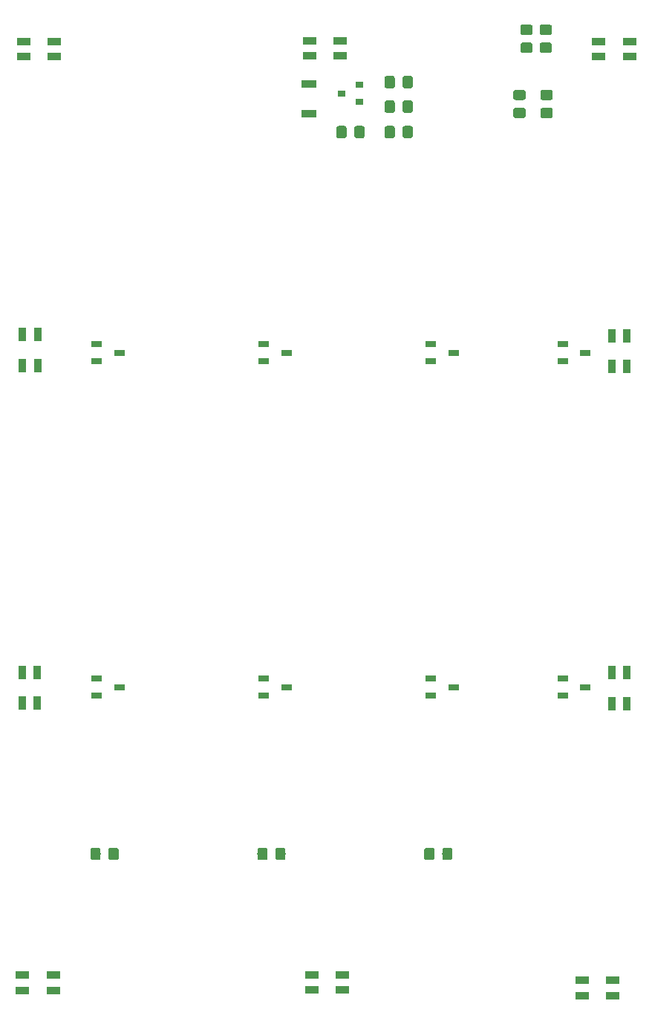
<source format=gbr>
G04 #@! TF.GenerationSoftware,KiCad,Pcbnew,5.0.1*
G04 #@! TF.CreationDate,2019-03-02T19:37:36+01:00*
G04 #@! TF.ProjectId,keypad,6B65797061642E6B696361645F706362,rev?*
G04 #@! TF.SameCoordinates,Original*
G04 #@! TF.FileFunction,Paste,Bot*
G04 #@! TF.FilePolarity,Positive*
%FSLAX46Y46*%
G04 Gerber Fmt 4.6, Leading zero omitted, Abs format (unit mm)*
G04 Created by KiCad (PCBNEW 5.0.1) date Sat 02 Mar 2019 07:37:36 PM CET*
%MOMM*%
%LPD*%
G01*
G04 APERTURE LIST*
%ADD10R,1.200000X0.800000*%
%ADD11C,0.100000*%
%ADD12C,1.150000*%
%ADD13R,1.600000X0.850000*%
%ADD14R,0.850000X1.600000*%
%ADD15R,0.900000X0.800000*%
%ADD16R,1.700000X0.900000*%
G04 APERTURE END LIST*
D10*
G04 #@! TO.C,D2*
X120675000Y-73750000D03*
X123275000Y-74700000D03*
X120675000Y-75650000D03*
G04 #@! TD*
G04 #@! TO.C,D3*
X120675000Y-111850000D03*
X123275000Y-112800000D03*
X120675000Y-113750000D03*
G04 #@! TD*
G04 #@! TO.C,D5*
X139725000Y-73750000D03*
X142325000Y-74700000D03*
X139725000Y-75650000D03*
G04 #@! TD*
G04 #@! TO.C,D6*
X139725000Y-111850000D03*
X142325000Y-112800000D03*
X139725000Y-113750000D03*
G04 #@! TD*
G04 #@! TO.C,D8*
X158775000Y-75650000D03*
X161375000Y-74700000D03*
X158775000Y-73750000D03*
G04 #@! TD*
D11*
G04 #@! TO.C,C8*
G36*
X151009938Y-48856085D02*
X151034206Y-48859685D01*
X151058005Y-48865646D01*
X151081104Y-48873911D01*
X151103283Y-48884401D01*
X151124326Y-48897013D01*
X151144032Y-48911628D01*
X151162210Y-48928104D01*
X151178686Y-48946282D01*
X151193301Y-48965988D01*
X151205913Y-48987031D01*
X151216403Y-49009210D01*
X151224668Y-49032309D01*
X151230629Y-49056108D01*
X151234229Y-49080376D01*
X151235433Y-49104880D01*
X151235433Y-50004882D01*
X151234229Y-50029386D01*
X151230629Y-50053654D01*
X151224668Y-50077453D01*
X151216403Y-50100552D01*
X151205913Y-50122731D01*
X151193301Y-50143774D01*
X151178686Y-50163480D01*
X151162210Y-50181658D01*
X151144032Y-50198134D01*
X151124326Y-50212749D01*
X151103283Y-50225361D01*
X151081104Y-50235851D01*
X151058005Y-50244116D01*
X151034206Y-50250077D01*
X151009938Y-50253677D01*
X150985434Y-50254881D01*
X150335432Y-50254881D01*
X150310928Y-50253677D01*
X150286660Y-50250077D01*
X150262861Y-50244116D01*
X150239762Y-50235851D01*
X150217583Y-50225361D01*
X150196540Y-50212749D01*
X150176834Y-50198134D01*
X150158656Y-50181658D01*
X150142180Y-50163480D01*
X150127565Y-50143774D01*
X150114953Y-50122731D01*
X150104463Y-50100552D01*
X150096198Y-50077453D01*
X150090237Y-50053654D01*
X150086637Y-50029386D01*
X150085433Y-50004882D01*
X150085433Y-49104880D01*
X150086637Y-49080376D01*
X150090237Y-49056108D01*
X150096198Y-49032309D01*
X150104463Y-49009210D01*
X150114953Y-48987031D01*
X150127565Y-48965988D01*
X150142180Y-48946282D01*
X150158656Y-48928104D01*
X150176834Y-48911628D01*
X150196540Y-48897013D01*
X150217583Y-48884401D01*
X150239762Y-48873911D01*
X150262861Y-48865646D01*
X150286660Y-48859685D01*
X150310928Y-48856085D01*
X150335432Y-48854881D01*
X150985434Y-48854881D01*
X151009938Y-48856085D01*
X151009938Y-48856085D01*
G37*
D12*
X150660433Y-49554881D03*
D11*
G36*
X148959938Y-48856085D02*
X148984206Y-48859685D01*
X149008005Y-48865646D01*
X149031104Y-48873911D01*
X149053283Y-48884401D01*
X149074326Y-48897013D01*
X149094032Y-48911628D01*
X149112210Y-48928104D01*
X149128686Y-48946282D01*
X149143301Y-48965988D01*
X149155913Y-48987031D01*
X149166403Y-49009210D01*
X149174668Y-49032309D01*
X149180629Y-49056108D01*
X149184229Y-49080376D01*
X149185433Y-49104880D01*
X149185433Y-50004882D01*
X149184229Y-50029386D01*
X149180629Y-50053654D01*
X149174668Y-50077453D01*
X149166403Y-50100552D01*
X149155913Y-50122731D01*
X149143301Y-50143774D01*
X149128686Y-50163480D01*
X149112210Y-50181658D01*
X149094032Y-50198134D01*
X149074326Y-50212749D01*
X149053283Y-50225361D01*
X149031104Y-50235851D01*
X149008005Y-50244116D01*
X148984206Y-50250077D01*
X148959938Y-50253677D01*
X148935434Y-50254881D01*
X148285432Y-50254881D01*
X148260928Y-50253677D01*
X148236660Y-50250077D01*
X148212861Y-50244116D01*
X148189762Y-50235851D01*
X148167583Y-50225361D01*
X148146540Y-50212749D01*
X148126834Y-50198134D01*
X148108656Y-50181658D01*
X148092180Y-50163480D01*
X148077565Y-50143774D01*
X148064953Y-50122731D01*
X148054463Y-50100552D01*
X148046198Y-50077453D01*
X148040237Y-50053654D01*
X148036637Y-50029386D01*
X148035433Y-50004882D01*
X148035433Y-49104880D01*
X148036637Y-49080376D01*
X148040237Y-49056108D01*
X148046198Y-49032309D01*
X148054463Y-49009210D01*
X148064953Y-48987031D01*
X148077565Y-48965988D01*
X148092180Y-48946282D01*
X148108656Y-48928104D01*
X148126834Y-48911628D01*
X148146540Y-48897013D01*
X148167583Y-48884401D01*
X148189762Y-48873911D01*
X148212861Y-48865646D01*
X148236660Y-48859685D01*
X148260928Y-48856085D01*
X148285432Y-48854881D01*
X148935434Y-48854881D01*
X148959938Y-48856085D01*
X148959938Y-48856085D01*
G37*
D12*
X148610433Y-49554881D03*
G04 #@! TD*
D11*
G04 #@! TO.C,D10*
G36*
X161029505Y-131101204D02*
X161053773Y-131104804D01*
X161077572Y-131110765D01*
X161100671Y-131119030D01*
X161122850Y-131129520D01*
X161143893Y-131142132D01*
X161163599Y-131156747D01*
X161181777Y-131173223D01*
X161198253Y-131191401D01*
X161212868Y-131211107D01*
X161225480Y-131232150D01*
X161235970Y-131254329D01*
X161244235Y-131277428D01*
X161250196Y-131301227D01*
X161253796Y-131325495D01*
X161255000Y-131349999D01*
X161255000Y-132250001D01*
X161253796Y-132274505D01*
X161250196Y-132298773D01*
X161244235Y-132322572D01*
X161235970Y-132345671D01*
X161225480Y-132367850D01*
X161212868Y-132388893D01*
X161198253Y-132408599D01*
X161181777Y-132426777D01*
X161163599Y-132443253D01*
X161143893Y-132457868D01*
X161122850Y-132470480D01*
X161100671Y-132480970D01*
X161077572Y-132489235D01*
X161053773Y-132495196D01*
X161029505Y-132498796D01*
X161005001Y-132500000D01*
X160354999Y-132500000D01*
X160330495Y-132498796D01*
X160306227Y-132495196D01*
X160282428Y-132489235D01*
X160259329Y-132480970D01*
X160237150Y-132470480D01*
X160216107Y-132457868D01*
X160196401Y-132443253D01*
X160178223Y-132426777D01*
X160161747Y-132408599D01*
X160147132Y-132388893D01*
X160134520Y-132367850D01*
X160124030Y-132345671D01*
X160115765Y-132322572D01*
X160109804Y-132298773D01*
X160106204Y-132274505D01*
X160105000Y-132250001D01*
X160105000Y-131349999D01*
X160106204Y-131325495D01*
X160109804Y-131301227D01*
X160115765Y-131277428D01*
X160124030Y-131254329D01*
X160134520Y-131232150D01*
X160147132Y-131211107D01*
X160161747Y-131191401D01*
X160178223Y-131173223D01*
X160196401Y-131156747D01*
X160216107Y-131142132D01*
X160237150Y-131129520D01*
X160259329Y-131119030D01*
X160282428Y-131110765D01*
X160306227Y-131104804D01*
X160330495Y-131101204D01*
X160354999Y-131100000D01*
X161005001Y-131100000D01*
X161029505Y-131101204D01*
X161029505Y-131101204D01*
G37*
D12*
X160680000Y-131800000D03*
D11*
G36*
X158979505Y-131101204D02*
X159003773Y-131104804D01*
X159027572Y-131110765D01*
X159050671Y-131119030D01*
X159072850Y-131129520D01*
X159093893Y-131142132D01*
X159113599Y-131156747D01*
X159131777Y-131173223D01*
X159148253Y-131191401D01*
X159162868Y-131211107D01*
X159175480Y-131232150D01*
X159185970Y-131254329D01*
X159194235Y-131277428D01*
X159200196Y-131301227D01*
X159203796Y-131325495D01*
X159205000Y-131349999D01*
X159205000Y-132250001D01*
X159203796Y-132274505D01*
X159200196Y-132298773D01*
X159194235Y-132322572D01*
X159185970Y-132345671D01*
X159175480Y-132367850D01*
X159162868Y-132388893D01*
X159148253Y-132408599D01*
X159131777Y-132426777D01*
X159113599Y-132443253D01*
X159093893Y-132457868D01*
X159072850Y-132470480D01*
X159050671Y-132480970D01*
X159027572Y-132489235D01*
X159003773Y-132495196D01*
X158979505Y-132498796D01*
X158955001Y-132500000D01*
X158304999Y-132500000D01*
X158280495Y-132498796D01*
X158256227Y-132495196D01*
X158232428Y-132489235D01*
X158209329Y-132480970D01*
X158187150Y-132470480D01*
X158166107Y-132457868D01*
X158146401Y-132443253D01*
X158128223Y-132426777D01*
X158111747Y-132408599D01*
X158097132Y-132388893D01*
X158084520Y-132367850D01*
X158074030Y-132345671D01*
X158065765Y-132322572D01*
X158059804Y-132298773D01*
X158056204Y-132274505D01*
X158055000Y-132250001D01*
X158055000Y-131349999D01*
X158056204Y-131325495D01*
X158059804Y-131301227D01*
X158065765Y-131277428D01*
X158074030Y-131254329D01*
X158084520Y-131232150D01*
X158097132Y-131211107D01*
X158111747Y-131191401D01*
X158128223Y-131173223D01*
X158146401Y-131156747D01*
X158166107Y-131142132D01*
X158187150Y-131129520D01*
X158209329Y-131119030D01*
X158232428Y-131110765D01*
X158256227Y-131104804D01*
X158280495Y-131101204D01*
X158304999Y-131100000D01*
X158955001Y-131100000D01*
X158979505Y-131101204D01*
X158979505Y-131101204D01*
G37*
D12*
X158630000Y-131800000D03*
G04 #@! TD*
D13*
G04 #@! TO.C,D13*
X181450000Y-39225000D03*
X181450000Y-40975000D03*
X177950000Y-39225000D03*
X177950000Y-40975000D03*
G04 #@! TD*
G04 #@! TO.C,D14*
X148450000Y-39125000D03*
X148450000Y-40875000D03*
X144950000Y-39125000D03*
X144950000Y-40875000D03*
G04 #@! TD*
D14*
G04 #@! TO.C,D16*
X112225000Y-72650000D03*
X113975000Y-72650000D03*
X112225000Y-76150000D03*
X113975000Y-76150000D03*
G04 #@! TD*
D13*
G04 #@! TO.C,D18*
X112250000Y-147375000D03*
X112250000Y-145625000D03*
X115750000Y-147375000D03*
X115750000Y-145625000D03*
G04 #@! TD*
D11*
G04 #@! TO.C,D4*
G36*
X122974505Y-131101204D02*
X122998773Y-131104804D01*
X123022572Y-131110765D01*
X123045671Y-131119030D01*
X123067850Y-131129520D01*
X123088893Y-131142132D01*
X123108599Y-131156747D01*
X123126777Y-131173223D01*
X123143253Y-131191401D01*
X123157868Y-131211107D01*
X123170480Y-131232150D01*
X123180970Y-131254329D01*
X123189235Y-131277428D01*
X123195196Y-131301227D01*
X123198796Y-131325495D01*
X123200000Y-131349999D01*
X123200000Y-132250001D01*
X123198796Y-132274505D01*
X123195196Y-132298773D01*
X123189235Y-132322572D01*
X123180970Y-132345671D01*
X123170480Y-132367850D01*
X123157868Y-132388893D01*
X123143253Y-132408599D01*
X123126777Y-132426777D01*
X123108599Y-132443253D01*
X123088893Y-132457868D01*
X123067850Y-132470480D01*
X123045671Y-132480970D01*
X123022572Y-132489235D01*
X122998773Y-132495196D01*
X122974505Y-132498796D01*
X122950001Y-132500000D01*
X122299999Y-132500000D01*
X122275495Y-132498796D01*
X122251227Y-132495196D01*
X122227428Y-132489235D01*
X122204329Y-132480970D01*
X122182150Y-132470480D01*
X122161107Y-132457868D01*
X122141401Y-132443253D01*
X122123223Y-132426777D01*
X122106747Y-132408599D01*
X122092132Y-132388893D01*
X122079520Y-132367850D01*
X122069030Y-132345671D01*
X122060765Y-132322572D01*
X122054804Y-132298773D01*
X122051204Y-132274505D01*
X122050000Y-132250001D01*
X122050000Y-131349999D01*
X122051204Y-131325495D01*
X122054804Y-131301227D01*
X122060765Y-131277428D01*
X122069030Y-131254329D01*
X122079520Y-131232150D01*
X122092132Y-131211107D01*
X122106747Y-131191401D01*
X122123223Y-131173223D01*
X122141401Y-131156747D01*
X122161107Y-131142132D01*
X122182150Y-131129520D01*
X122204329Y-131119030D01*
X122227428Y-131110765D01*
X122251227Y-131104804D01*
X122275495Y-131101204D01*
X122299999Y-131100000D01*
X122950001Y-131100000D01*
X122974505Y-131101204D01*
X122974505Y-131101204D01*
G37*
D12*
X122625000Y-131800000D03*
D11*
G36*
X120924505Y-131101204D02*
X120948773Y-131104804D01*
X120972572Y-131110765D01*
X120995671Y-131119030D01*
X121017850Y-131129520D01*
X121038893Y-131142132D01*
X121058599Y-131156747D01*
X121076777Y-131173223D01*
X121093253Y-131191401D01*
X121107868Y-131211107D01*
X121120480Y-131232150D01*
X121130970Y-131254329D01*
X121139235Y-131277428D01*
X121145196Y-131301227D01*
X121148796Y-131325495D01*
X121150000Y-131349999D01*
X121150000Y-132250001D01*
X121148796Y-132274505D01*
X121145196Y-132298773D01*
X121139235Y-132322572D01*
X121130970Y-132345671D01*
X121120480Y-132367850D01*
X121107868Y-132388893D01*
X121093253Y-132408599D01*
X121076777Y-132426777D01*
X121058599Y-132443253D01*
X121038893Y-132457868D01*
X121017850Y-132470480D01*
X120995671Y-132480970D01*
X120972572Y-132489235D01*
X120948773Y-132495196D01*
X120924505Y-132498796D01*
X120900001Y-132500000D01*
X120249999Y-132500000D01*
X120225495Y-132498796D01*
X120201227Y-132495196D01*
X120177428Y-132489235D01*
X120154329Y-132480970D01*
X120132150Y-132470480D01*
X120111107Y-132457868D01*
X120091401Y-132443253D01*
X120073223Y-132426777D01*
X120056747Y-132408599D01*
X120042132Y-132388893D01*
X120029520Y-132367850D01*
X120019030Y-132345671D01*
X120010765Y-132322572D01*
X120004804Y-132298773D01*
X120001204Y-132274505D01*
X120000000Y-132250001D01*
X120000000Y-131349999D01*
X120001204Y-131325495D01*
X120004804Y-131301227D01*
X120010765Y-131277428D01*
X120019030Y-131254329D01*
X120029520Y-131232150D01*
X120042132Y-131211107D01*
X120056747Y-131191401D01*
X120073223Y-131173223D01*
X120091401Y-131156747D01*
X120111107Y-131142132D01*
X120132150Y-131129520D01*
X120154329Y-131119030D01*
X120177428Y-131110765D01*
X120201227Y-131104804D01*
X120225495Y-131101204D01*
X120249999Y-131100000D01*
X120900001Y-131100000D01*
X120924505Y-131101204D01*
X120924505Y-131101204D01*
G37*
D12*
X120575000Y-131800000D03*
G04 #@! TD*
D11*
G04 #@! TO.C,D7*
G36*
X139952005Y-131101204D02*
X139976273Y-131104804D01*
X140000072Y-131110765D01*
X140023171Y-131119030D01*
X140045350Y-131129520D01*
X140066393Y-131142132D01*
X140086099Y-131156747D01*
X140104277Y-131173223D01*
X140120753Y-131191401D01*
X140135368Y-131211107D01*
X140147980Y-131232150D01*
X140158470Y-131254329D01*
X140166735Y-131277428D01*
X140172696Y-131301227D01*
X140176296Y-131325495D01*
X140177500Y-131349999D01*
X140177500Y-132250001D01*
X140176296Y-132274505D01*
X140172696Y-132298773D01*
X140166735Y-132322572D01*
X140158470Y-132345671D01*
X140147980Y-132367850D01*
X140135368Y-132388893D01*
X140120753Y-132408599D01*
X140104277Y-132426777D01*
X140086099Y-132443253D01*
X140066393Y-132457868D01*
X140045350Y-132470480D01*
X140023171Y-132480970D01*
X140000072Y-132489235D01*
X139976273Y-132495196D01*
X139952005Y-132498796D01*
X139927501Y-132500000D01*
X139277499Y-132500000D01*
X139252995Y-132498796D01*
X139228727Y-132495196D01*
X139204928Y-132489235D01*
X139181829Y-132480970D01*
X139159650Y-132470480D01*
X139138607Y-132457868D01*
X139118901Y-132443253D01*
X139100723Y-132426777D01*
X139084247Y-132408599D01*
X139069632Y-132388893D01*
X139057020Y-132367850D01*
X139046530Y-132345671D01*
X139038265Y-132322572D01*
X139032304Y-132298773D01*
X139028704Y-132274505D01*
X139027500Y-132250001D01*
X139027500Y-131349999D01*
X139028704Y-131325495D01*
X139032304Y-131301227D01*
X139038265Y-131277428D01*
X139046530Y-131254329D01*
X139057020Y-131232150D01*
X139069632Y-131211107D01*
X139084247Y-131191401D01*
X139100723Y-131173223D01*
X139118901Y-131156747D01*
X139138607Y-131142132D01*
X139159650Y-131129520D01*
X139181829Y-131119030D01*
X139204928Y-131110765D01*
X139228727Y-131104804D01*
X139252995Y-131101204D01*
X139277499Y-131100000D01*
X139927501Y-131100000D01*
X139952005Y-131101204D01*
X139952005Y-131101204D01*
G37*
D12*
X139602500Y-131800000D03*
D11*
G36*
X142002005Y-131101204D02*
X142026273Y-131104804D01*
X142050072Y-131110765D01*
X142073171Y-131119030D01*
X142095350Y-131129520D01*
X142116393Y-131142132D01*
X142136099Y-131156747D01*
X142154277Y-131173223D01*
X142170753Y-131191401D01*
X142185368Y-131211107D01*
X142197980Y-131232150D01*
X142208470Y-131254329D01*
X142216735Y-131277428D01*
X142222696Y-131301227D01*
X142226296Y-131325495D01*
X142227500Y-131349999D01*
X142227500Y-132250001D01*
X142226296Y-132274505D01*
X142222696Y-132298773D01*
X142216735Y-132322572D01*
X142208470Y-132345671D01*
X142197980Y-132367850D01*
X142185368Y-132388893D01*
X142170753Y-132408599D01*
X142154277Y-132426777D01*
X142136099Y-132443253D01*
X142116393Y-132457868D01*
X142095350Y-132470480D01*
X142073171Y-132480970D01*
X142050072Y-132489235D01*
X142026273Y-132495196D01*
X142002005Y-132498796D01*
X141977501Y-132500000D01*
X141327499Y-132500000D01*
X141302995Y-132498796D01*
X141278727Y-132495196D01*
X141254928Y-132489235D01*
X141231829Y-132480970D01*
X141209650Y-132470480D01*
X141188607Y-132457868D01*
X141168901Y-132443253D01*
X141150723Y-132426777D01*
X141134247Y-132408599D01*
X141119632Y-132388893D01*
X141107020Y-132367850D01*
X141096530Y-132345671D01*
X141088265Y-132322572D01*
X141082304Y-132298773D01*
X141078704Y-132274505D01*
X141077500Y-132250001D01*
X141077500Y-131349999D01*
X141078704Y-131325495D01*
X141082304Y-131301227D01*
X141088265Y-131277428D01*
X141096530Y-131254329D01*
X141107020Y-131232150D01*
X141119632Y-131211107D01*
X141134247Y-131191401D01*
X141150723Y-131173223D01*
X141168901Y-131156747D01*
X141188607Y-131142132D01*
X141209650Y-131129520D01*
X141231829Y-131119030D01*
X141254928Y-131110765D01*
X141278727Y-131104804D01*
X141302995Y-131101204D01*
X141327499Y-131100000D01*
X141977501Y-131100000D01*
X142002005Y-131101204D01*
X142002005Y-131101204D01*
G37*
D12*
X141652500Y-131800000D03*
G04 #@! TD*
D10*
G04 #@! TO.C,D9*
X158775000Y-111850000D03*
X161375000Y-112800000D03*
X158775000Y-113750000D03*
G04 #@! TD*
G04 #@! TO.C,D11*
X173825000Y-75650000D03*
X176425000Y-74700000D03*
X173825000Y-73750000D03*
G04 #@! TD*
G04 #@! TO.C,D12*
X173825000Y-113750000D03*
X176425000Y-112800000D03*
X173825000Y-111850000D03*
G04 #@! TD*
D13*
G04 #@! TO.C,D15*
X112350000Y-40975000D03*
X112350000Y-39225000D03*
X115850000Y-40975000D03*
X115850000Y-39225000D03*
G04 #@! TD*
D14*
G04 #@! TO.C,D17*
X112200000Y-111100000D03*
X113950000Y-111100000D03*
X112200000Y-114600000D03*
X113950000Y-114600000D03*
G04 #@! TD*
D11*
G04 #@! TO.C,C11*
G36*
X172374505Y-37317339D02*
X172398773Y-37320939D01*
X172422572Y-37326900D01*
X172445671Y-37335165D01*
X172467850Y-37345655D01*
X172488893Y-37358267D01*
X172508599Y-37372882D01*
X172526777Y-37389358D01*
X172543253Y-37407536D01*
X172557868Y-37427242D01*
X172570480Y-37448285D01*
X172580970Y-37470464D01*
X172589235Y-37493563D01*
X172595196Y-37517362D01*
X172598796Y-37541630D01*
X172600000Y-37566134D01*
X172600000Y-38216136D01*
X172598796Y-38240640D01*
X172595196Y-38264908D01*
X172589235Y-38288707D01*
X172580970Y-38311806D01*
X172570480Y-38333985D01*
X172557868Y-38355028D01*
X172543253Y-38374734D01*
X172526777Y-38392912D01*
X172508599Y-38409388D01*
X172488893Y-38424003D01*
X172467850Y-38436615D01*
X172445671Y-38447105D01*
X172422572Y-38455370D01*
X172398773Y-38461331D01*
X172374505Y-38464931D01*
X172350001Y-38466135D01*
X171449999Y-38466135D01*
X171425495Y-38464931D01*
X171401227Y-38461331D01*
X171377428Y-38455370D01*
X171354329Y-38447105D01*
X171332150Y-38436615D01*
X171311107Y-38424003D01*
X171291401Y-38409388D01*
X171273223Y-38392912D01*
X171256747Y-38374734D01*
X171242132Y-38355028D01*
X171229520Y-38333985D01*
X171219030Y-38311806D01*
X171210765Y-38288707D01*
X171204804Y-38264908D01*
X171201204Y-38240640D01*
X171200000Y-38216136D01*
X171200000Y-37566134D01*
X171201204Y-37541630D01*
X171204804Y-37517362D01*
X171210765Y-37493563D01*
X171219030Y-37470464D01*
X171229520Y-37448285D01*
X171242132Y-37427242D01*
X171256747Y-37407536D01*
X171273223Y-37389358D01*
X171291401Y-37372882D01*
X171311107Y-37358267D01*
X171332150Y-37345655D01*
X171354329Y-37335165D01*
X171377428Y-37326900D01*
X171401227Y-37320939D01*
X171425495Y-37317339D01*
X171449999Y-37316135D01*
X172350001Y-37316135D01*
X172374505Y-37317339D01*
X172374505Y-37317339D01*
G37*
D12*
X171900000Y-37891135D03*
D11*
G36*
X172374505Y-39367339D02*
X172398773Y-39370939D01*
X172422572Y-39376900D01*
X172445671Y-39385165D01*
X172467850Y-39395655D01*
X172488893Y-39408267D01*
X172508599Y-39422882D01*
X172526777Y-39439358D01*
X172543253Y-39457536D01*
X172557868Y-39477242D01*
X172570480Y-39498285D01*
X172580970Y-39520464D01*
X172589235Y-39543563D01*
X172595196Y-39567362D01*
X172598796Y-39591630D01*
X172600000Y-39616134D01*
X172600000Y-40266136D01*
X172598796Y-40290640D01*
X172595196Y-40314908D01*
X172589235Y-40338707D01*
X172580970Y-40361806D01*
X172570480Y-40383985D01*
X172557868Y-40405028D01*
X172543253Y-40424734D01*
X172526777Y-40442912D01*
X172508599Y-40459388D01*
X172488893Y-40474003D01*
X172467850Y-40486615D01*
X172445671Y-40497105D01*
X172422572Y-40505370D01*
X172398773Y-40511331D01*
X172374505Y-40514931D01*
X172350001Y-40516135D01*
X171449999Y-40516135D01*
X171425495Y-40514931D01*
X171401227Y-40511331D01*
X171377428Y-40505370D01*
X171354329Y-40497105D01*
X171332150Y-40486615D01*
X171311107Y-40474003D01*
X171291401Y-40459388D01*
X171273223Y-40442912D01*
X171256747Y-40424734D01*
X171242132Y-40405028D01*
X171229520Y-40383985D01*
X171219030Y-40361806D01*
X171210765Y-40338707D01*
X171204804Y-40314908D01*
X171201204Y-40290640D01*
X171200000Y-40266136D01*
X171200000Y-39616134D01*
X171201204Y-39591630D01*
X171204804Y-39567362D01*
X171210765Y-39543563D01*
X171219030Y-39520464D01*
X171229520Y-39498285D01*
X171242132Y-39477242D01*
X171256747Y-39457536D01*
X171273223Y-39439358D01*
X171291401Y-39422882D01*
X171311107Y-39408267D01*
X171332150Y-39395655D01*
X171354329Y-39385165D01*
X171377428Y-39376900D01*
X171401227Y-39370939D01*
X171425495Y-39367339D01*
X171449999Y-39366135D01*
X172350001Y-39366135D01*
X172374505Y-39367339D01*
X172374505Y-39367339D01*
G37*
D12*
X171900000Y-39941135D03*
G04 #@! TD*
D11*
G04 #@! TO.C,R6*
G36*
X170174505Y-39376204D02*
X170198773Y-39379804D01*
X170222572Y-39385765D01*
X170245671Y-39394030D01*
X170267850Y-39404520D01*
X170288893Y-39417132D01*
X170308599Y-39431747D01*
X170326777Y-39448223D01*
X170343253Y-39466401D01*
X170357868Y-39486107D01*
X170370480Y-39507150D01*
X170380970Y-39529329D01*
X170389235Y-39552428D01*
X170395196Y-39576227D01*
X170398796Y-39600495D01*
X170400000Y-39624999D01*
X170400000Y-40275001D01*
X170398796Y-40299505D01*
X170395196Y-40323773D01*
X170389235Y-40347572D01*
X170380970Y-40370671D01*
X170370480Y-40392850D01*
X170357868Y-40413893D01*
X170343253Y-40433599D01*
X170326777Y-40451777D01*
X170308599Y-40468253D01*
X170288893Y-40482868D01*
X170267850Y-40495480D01*
X170245671Y-40505970D01*
X170222572Y-40514235D01*
X170198773Y-40520196D01*
X170174505Y-40523796D01*
X170150001Y-40525000D01*
X169249999Y-40525000D01*
X169225495Y-40523796D01*
X169201227Y-40520196D01*
X169177428Y-40514235D01*
X169154329Y-40505970D01*
X169132150Y-40495480D01*
X169111107Y-40482868D01*
X169091401Y-40468253D01*
X169073223Y-40451777D01*
X169056747Y-40433599D01*
X169042132Y-40413893D01*
X169029520Y-40392850D01*
X169019030Y-40370671D01*
X169010765Y-40347572D01*
X169004804Y-40323773D01*
X169001204Y-40299505D01*
X169000000Y-40275001D01*
X169000000Y-39624999D01*
X169001204Y-39600495D01*
X169004804Y-39576227D01*
X169010765Y-39552428D01*
X169019030Y-39529329D01*
X169029520Y-39507150D01*
X169042132Y-39486107D01*
X169056747Y-39466401D01*
X169073223Y-39448223D01*
X169091401Y-39431747D01*
X169111107Y-39417132D01*
X169132150Y-39404520D01*
X169154329Y-39394030D01*
X169177428Y-39385765D01*
X169201227Y-39379804D01*
X169225495Y-39376204D01*
X169249999Y-39375000D01*
X170150001Y-39375000D01*
X170174505Y-39376204D01*
X170174505Y-39376204D01*
G37*
D12*
X169700000Y-39950000D03*
D11*
G36*
X170174505Y-37326204D02*
X170198773Y-37329804D01*
X170222572Y-37335765D01*
X170245671Y-37344030D01*
X170267850Y-37354520D01*
X170288893Y-37367132D01*
X170308599Y-37381747D01*
X170326777Y-37398223D01*
X170343253Y-37416401D01*
X170357868Y-37436107D01*
X170370480Y-37457150D01*
X170380970Y-37479329D01*
X170389235Y-37502428D01*
X170395196Y-37526227D01*
X170398796Y-37550495D01*
X170400000Y-37574999D01*
X170400000Y-38225001D01*
X170398796Y-38249505D01*
X170395196Y-38273773D01*
X170389235Y-38297572D01*
X170380970Y-38320671D01*
X170370480Y-38342850D01*
X170357868Y-38363893D01*
X170343253Y-38383599D01*
X170326777Y-38401777D01*
X170308599Y-38418253D01*
X170288893Y-38432868D01*
X170267850Y-38445480D01*
X170245671Y-38455970D01*
X170222572Y-38464235D01*
X170198773Y-38470196D01*
X170174505Y-38473796D01*
X170150001Y-38475000D01*
X169249999Y-38475000D01*
X169225495Y-38473796D01*
X169201227Y-38470196D01*
X169177428Y-38464235D01*
X169154329Y-38455970D01*
X169132150Y-38445480D01*
X169111107Y-38432868D01*
X169091401Y-38418253D01*
X169073223Y-38401777D01*
X169056747Y-38383599D01*
X169042132Y-38363893D01*
X169029520Y-38342850D01*
X169019030Y-38320671D01*
X169010765Y-38297572D01*
X169004804Y-38273773D01*
X169001204Y-38249505D01*
X169000000Y-38225001D01*
X169000000Y-37574999D01*
X169001204Y-37550495D01*
X169004804Y-37526227D01*
X169010765Y-37502428D01*
X169019030Y-37479329D01*
X169029520Y-37457150D01*
X169042132Y-37436107D01*
X169056747Y-37416401D01*
X169073223Y-37398223D01*
X169091401Y-37381747D01*
X169111107Y-37367132D01*
X169132150Y-37354520D01*
X169154329Y-37344030D01*
X169177428Y-37335765D01*
X169201227Y-37329804D01*
X169225495Y-37326204D01*
X169249999Y-37325000D01*
X170150001Y-37325000D01*
X170174505Y-37326204D01*
X170174505Y-37326204D01*
G37*
D12*
X169700000Y-37900000D03*
G04 #@! TD*
D11*
G04 #@! TO.C,R7*
G36*
X172474505Y-44751204D02*
X172498773Y-44754804D01*
X172522572Y-44760765D01*
X172545671Y-44769030D01*
X172567850Y-44779520D01*
X172588893Y-44792132D01*
X172608599Y-44806747D01*
X172626777Y-44823223D01*
X172643253Y-44841401D01*
X172657868Y-44861107D01*
X172670480Y-44882150D01*
X172680970Y-44904329D01*
X172689235Y-44927428D01*
X172695196Y-44951227D01*
X172698796Y-44975495D01*
X172700000Y-44999999D01*
X172700000Y-45650001D01*
X172698796Y-45674505D01*
X172695196Y-45698773D01*
X172689235Y-45722572D01*
X172680970Y-45745671D01*
X172670480Y-45767850D01*
X172657868Y-45788893D01*
X172643253Y-45808599D01*
X172626777Y-45826777D01*
X172608599Y-45843253D01*
X172588893Y-45857868D01*
X172567850Y-45870480D01*
X172545671Y-45880970D01*
X172522572Y-45889235D01*
X172498773Y-45895196D01*
X172474505Y-45898796D01*
X172450001Y-45900000D01*
X171549999Y-45900000D01*
X171525495Y-45898796D01*
X171501227Y-45895196D01*
X171477428Y-45889235D01*
X171454329Y-45880970D01*
X171432150Y-45870480D01*
X171411107Y-45857868D01*
X171391401Y-45843253D01*
X171373223Y-45826777D01*
X171356747Y-45808599D01*
X171342132Y-45788893D01*
X171329520Y-45767850D01*
X171319030Y-45745671D01*
X171310765Y-45722572D01*
X171304804Y-45698773D01*
X171301204Y-45674505D01*
X171300000Y-45650001D01*
X171300000Y-44999999D01*
X171301204Y-44975495D01*
X171304804Y-44951227D01*
X171310765Y-44927428D01*
X171319030Y-44904329D01*
X171329520Y-44882150D01*
X171342132Y-44861107D01*
X171356747Y-44841401D01*
X171373223Y-44823223D01*
X171391401Y-44806747D01*
X171411107Y-44792132D01*
X171432150Y-44779520D01*
X171454329Y-44769030D01*
X171477428Y-44760765D01*
X171501227Y-44754804D01*
X171525495Y-44751204D01*
X171549999Y-44750000D01*
X172450001Y-44750000D01*
X172474505Y-44751204D01*
X172474505Y-44751204D01*
G37*
D12*
X172000000Y-45325000D03*
D11*
G36*
X172474505Y-46801204D02*
X172498773Y-46804804D01*
X172522572Y-46810765D01*
X172545671Y-46819030D01*
X172567850Y-46829520D01*
X172588893Y-46842132D01*
X172608599Y-46856747D01*
X172626777Y-46873223D01*
X172643253Y-46891401D01*
X172657868Y-46911107D01*
X172670480Y-46932150D01*
X172680970Y-46954329D01*
X172689235Y-46977428D01*
X172695196Y-47001227D01*
X172698796Y-47025495D01*
X172700000Y-47049999D01*
X172700000Y-47700001D01*
X172698796Y-47724505D01*
X172695196Y-47748773D01*
X172689235Y-47772572D01*
X172680970Y-47795671D01*
X172670480Y-47817850D01*
X172657868Y-47838893D01*
X172643253Y-47858599D01*
X172626777Y-47876777D01*
X172608599Y-47893253D01*
X172588893Y-47907868D01*
X172567850Y-47920480D01*
X172545671Y-47930970D01*
X172522572Y-47939235D01*
X172498773Y-47945196D01*
X172474505Y-47948796D01*
X172450001Y-47950000D01*
X171549999Y-47950000D01*
X171525495Y-47948796D01*
X171501227Y-47945196D01*
X171477428Y-47939235D01*
X171454329Y-47930970D01*
X171432150Y-47920480D01*
X171411107Y-47907868D01*
X171391401Y-47893253D01*
X171373223Y-47876777D01*
X171356747Y-47858599D01*
X171342132Y-47838893D01*
X171329520Y-47817850D01*
X171319030Y-47795671D01*
X171310765Y-47772572D01*
X171304804Y-47748773D01*
X171301204Y-47724505D01*
X171300000Y-47700001D01*
X171300000Y-47049999D01*
X171301204Y-47025495D01*
X171304804Y-47001227D01*
X171310765Y-46977428D01*
X171319030Y-46954329D01*
X171329520Y-46932150D01*
X171342132Y-46911107D01*
X171356747Y-46891401D01*
X171373223Y-46873223D01*
X171391401Y-46856747D01*
X171411107Y-46842132D01*
X171432150Y-46829520D01*
X171454329Y-46819030D01*
X171477428Y-46810765D01*
X171501227Y-46804804D01*
X171525495Y-46801204D01*
X171549999Y-46800000D01*
X172450001Y-46800000D01*
X172474505Y-46801204D01*
X172474505Y-46801204D01*
G37*
D12*
X172000000Y-47375000D03*
G04 #@! TD*
D11*
G04 #@! TO.C,R8*
G36*
X169374505Y-46801204D02*
X169398773Y-46804804D01*
X169422572Y-46810765D01*
X169445671Y-46819030D01*
X169467850Y-46829520D01*
X169488893Y-46842132D01*
X169508599Y-46856747D01*
X169526777Y-46873223D01*
X169543253Y-46891401D01*
X169557868Y-46911107D01*
X169570480Y-46932150D01*
X169580970Y-46954329D01*
X169589235Y-46977428D01*
X169595196Y-47001227D01*
X169598796Y-47025495D01*
X169600000Y-47049999D01*
X169600000Y-47700001D01*
X169598796Y-47724505D01*
X169595196Y-47748773D01*
X169589235Y-47772572D01*
X169580970Y-47795671D01*
X169570480Y-47817850D01*
X169557868Y-47838893D01*
X169543253Y-47858599D01*
X169526777Y-47876777D01*
X169508599Y-47893253D01*
X169488893Y-47907868D01*
X169467850Y-47920480D01*
X169445671Y-47930970D01*
X169422572Y-47939235D01*
X169398773Y-47945196D01*
X169374505Y-47948796D01*
X169350001Y-47950000D01*
X168449999Y-47950000D01*
X168425495Y-47948796D01*
X168401227Y-47945196D01*
X168377428Y-47939235D01*
X168354329Y-47930970D01*
X168332150Y-47920480D01*
X168311107Y-47907868D01*
X168291401Y-47893253D01*
X168273223Y-47876777D01*
X168256747Y-47858599D01*
X168242132Y-47838893D01*
X168229520Y-47817850D01*
X168219030Y-47795671D01*
X168210765Y-47772572D01*
X168204804Y-47748773D01*
X168201204Y-47724505D01*
X168200000Y-47700001D01*
X168200000Y-47049999D01*
X168201204Y-47025495D01*
X168204804Y-47001227D01*
X168210765Y-46977428D01*
X168219030Y-46954329D01*
X168229520Y-46932150D01*
X168242132Y-46911107D01*
X168256747Y-46891401D01*
X168273223Y-46873223D01*
X168291401Y-46856747D01*
X168311107Y-46842132D01*
X168332150Y-46829520D01*
X168354329Y-46819030D01*
X168377428Y-46810765D01*
X168401227Y-46804804D01*
X168425495Y-46801204D01*
X168449999Y-46800000D01*
X169350001Y-46800000D01*
X169374505Y-46801204D01*
X169374505Y-46801204D01*
G37*
D12*
X168900000Y-47375000D03*
D11*
G36*
X169374505Y-44751204D02*
X169398773Y-44754804D01*
X169422572Y-44760765D01*
X169445671Y-44769030D01*
X169467850Y-44779520D01*
X169488893Y-44792132D01*
X169508599Y-44806747D01*
X169526777Y-44823223D01*
X169543253Y-44841401D01*
X169557868Y-44861107D01*
X169570480Y-44882150D01*
X169580970Y-44904329D01*
X169589235Y-44927428D01*
X169595196Y-44951227D01*
X169598796Y-44975495D01*
X169600000Y-44999999D01*
X169600000Y-45650001D01*
X169598796Y-45674505D01*
X169595196Y-45698773D01*
X169589235Y-45722572D01*
X169580970Y-45745671D01*
X169570480Y-45767850D01*
X169557868Y-45788893D01*
X169543253Y-45808599D01*
X169526777Y-45826777D01*
X169508599Y-45843253D01*
X169488893Y-45857868D01*
X169467850Y-45870480D01*
X169445671Y-45880970D01*
X169422572Y-45889235D01*
X169398773Y-45895196D01*
X169374505Y-45898796D01*
X169350001Y-45900000D01*
X168449999Y-45900000D01*
X168425495Y-45898796D01*
X168401227Y-45895196D01*
X168377428Y-45889235D01*
X168354329Y-45880970D01*
X168332150Y-45870480D01*
X168311107Y-45857868D01*
X168291401Y-45843253D01*
X168273223Y-45826777D01*
X168256747Y-45808599D01*
X168242132Y-45788893D01*
X168229520Y-45767850D01*
X168219030Y-45745671D01*
X168210765Y-45722572D01*
X168204804Y-45698773D01*
X168201204Y-45674505D01*
X168200000Y-45650001D01*
X168200000Y-44999999D01*
X168201204Y-44975495D01*
X168204804Y-44951227D01*
X168210765Y-44927428D01*
X168219030Y-44904329D01*
X168229520Y-44882150D01*
X168242132Y-44861107D01*
X168256747Y-44841401D01*
X168273223Y-44823223D01*
X168291401Y-44806747D01*
X168311107Y-44792132D01*
X168332150Y-44779520D01*
X168354329Y-44769030D01*
X168377428Y-44760765D01*
X168401227Y-44754804D01*
X168425495Y-44751204D01*
X168449999Y-44750000D01*
X169350001Y-44750000D01*
X169374505Y-44751204D01*
X169374505Y-44751204D01*
G37*
D12*
X168900000Y-45325000D03*
G04 #@! TD*
D13*
G04 #@! TO.C,D19*
X145200000Y-147300000D03*
X145200000Y-145550000D03*
X148700000Y-147300000D03*
X148700000Y-145550000D03*
G04 #@! TD*
G04 #@! TO.C,D20*
X176050000Y-147975000D03*
X176050000Y-146225000D03*
X179550000Y-147975000D03*
X179550000Y-146225000D03*
G04 #@! TD*
D14*
G04 #@! TO.C,D21*
X179425000Y-111150000D03*
X181175000Y-111150000D03*
X179425000Y-114650000D03*
X181175000Y-114650000D03*
G04 #@! TD*
G04 #@! TO.C,D22*
X179425000Y-72750000D03*
X181175000Y-72750000D03*
X179425000Y-76250000D03*
X181175000Y-76250000D03*
G04 #@! TD*
D11*
G04 #@! TO.C,C12*
G36*
X156509938Y-48856085D02*
X156534206Y-48859685D01*
X156558005Y-48865646D01*
X156581104Y-48873911D01*
X156603283Y-48884401D01*
X156624326Y-48897013D01*
X156644032Y-48911628D01*
X156662210Y-48928104D01*
X156678686Y-48946282D01*
X156693301Y-48965988D01*
X156705913Y-48987031D01*
X156716403Y-49009210D01*
X156724668Y-49032309D01*
X156730629Y-49056108D01*
X156734229Y-49080376D01*
X156735433Y-49104880D01*
X156735433Y-50004882D01*
X156734229Y-50029386D01*
X156730629Y-50053654D01*
X156724668Y-50077453D01*
X156716403Y-50100552D01*
X156705913Y-50122731D01*
X156693301Y-50143774D01*
X156678686Y-50163480D01*
X156662210Y-50181658D01*
X156644032Y-50198134D01*
X156624326Y-50212749D01*
X156603283Y-50225361D01*
X156581104Y-50235851D01*
X156558005Y-50244116D01*
X156534206Y-50250077D01*
X156509938Y-50253677D01*
X156485434Y-50254881D01*
X155835432Y-50254881D01*
X155810928Y-50253677D01*
X155786660Y-50250077D01*
X155762861Y-50244116D01*
X155739762Y-50235851D01*
X155717583Y-50225361D01*
X155696540Y-50212749D01*
X155676834Y-50198134D01*
X155658656Y-50181658D01*
X155642180Y-50163480D01*
X155627565Y-50143774D01*
X155614953Y-50122731D01*
X155604463Y-50100552D01*
X155596198Y-50077453D01*
X155590237Y-50053654D01*
X155586637Y-50029386D01*
X155585433Y-50004882D01*
X155585433Y-49104880D01*
X155586637Y-49080376D01*
X155590237Y-49056108D01*
X155596198Y-49032309D01*
X155604463Y-49009210D01*
X155614953Y-48987031D01*
X155627565Y-48965988D01*
X155642180Y-48946282D01*
X155658656Y-48928104D01*
X155676834Y-48911628D01*
X155696540Y-48897013D01*
X155717583Y-48884401D01*
X155739762Y-48873911D01*
X155762861Y-48865646D01*
X155786660Y-48859685D01*
X155810928Y-48856085D01*
X155835432Y-48854881D01*
X156485434Y-48854881D01*
X156509938Y-48856085D01*
X156509938Y-48856085D01*
G37*
D12*
X156160433Y-49554881D03*
D11*
G36*
X154459938Y-48856085D02*
X154484206Y-48859685D01*
X154508005Y-48865646D01*
X154531104Y-48873911D01*
X154553283Y-48884401D01*
X154574326Y-48897013D01*
X154594032Y-48911628D01*
X154612210Y-48928104D01*
X154628686Y-48946282D01*
X154643301Y-48965988D01*
X154655913Y-48987031D01*
X154666403Y-49009210D01*
X154674668Y-49032309D01*
X154680629Y-49056108D01*
X154684229Y-49080376D01*
X154685433Y-49104880D01*
X154685433Y-50004882D01*
X154684229Y-50029386D01*
X154680629Y-50053654D01*
X154674668Y-50077453D01*
X154666403Y-50100552D01*
X154655913Y-50122731D01*
X154643301Y-50143774D01*
X154628686Y-50163480D01*
X154612210Y-50181658D01*
X154594032Y-50198134D01*
X154574326Y-50212749D01*
X154553283Y-50225361D01*
X154531104Y-50235851D01*
X154508005Y-50244116D01*
X154484206Y-50250077D01*
X154459938Y-50253677D01*
X154435434Y-50254881D01*
X153785432Y-50254881D01*
X153760928Y-50253677D01*
X153736660Y-50250077D01*
X153712861Y-50244116D01*
X153689762Y-50235851D01*
X153667583Y-50225361D01*
X153646540Y-50212749D01*
X153626834Y-50198134D01*
X153608656Y-50181658D01*
X153592180Y-50163480D01*
X153577565Y-50143774D01*
X153564953Y-50122731D01*
X153554463Y-50100552D01*
X153546198Y-50077453D01*
X153540237Y-50053654D01*
X153536637Y-50029386D01*
X153535433Y-50004882D01*
X153535433Y-49104880D01*
X153536637Y-49080376D01*
X153540237Y-49056108D01*
X153546198Y-49032309D01*
X153554463Y-49009210D01*
X153564953Y-48987031D01*
X153577565Y-48965988D01*
X153592180Y-48946282D01*
X153608656Y-48928104D01*
X153626834Y-48911628D01*
X153646540Y-48897013D01*
X153667583Y-48884401D01*
X153689762Y-48873911D01*
X153712861Y-48865646D01*
X153736660Y-48859685D01*
X153760928Y-48856085D01*
X153785432Y-48854881D01*
X154435434Y-48854881D01*
X154459938Y-48856085D01*
X154459938Y-48856085D01*
G37*
D12*
X154110433Y-49554881D03*
G04 #@! TD*
D11*
G04 #@! TO.C,D23*
G36*
X156509938Y-43156085D02*
X156534206Y-43159685D01*
X156558005Y-43165646D01*
X156581104Y-43173911D01*
X156603283Y-43184401D01*
X156624326Y-43197013D01*
X156644032Y-43211628D01*
X156662210Y-43228104D01*
X156678686Y-43246282D01*
X156693301Y-43265988D01*
X156705913Y-43287031D01*
X156716403Y-43309210D01*
X156724668Y-43332309D01*
X156730629Y-43356108D01*
X156734229Y-43380376D01*
X156735433Y-43404880D01*
X156735433Y-44304882D01*
X156734229Y-44329386D01*
X156730629Y-44353654D01*
X156724668Y-44377453D01*
X156716403Y-44400552D01*
X156705913Y-44422731D01*
X156693301Y-44443774D01*
X156678686Y-44463480D01*
X156662210Y-44481658D01*
X156644032Y-44498134D01*
X156624326Y-44512749D01*
X156603283Y-44525361D01*
X156581104Y-44535851D01*
X156558005Y-44544116D01*
X156534206Y-44550077D01*
X156509938Y-44553677D01*
X156485434Y-44554881D01*
X155835432Y-44554881D01*
X155810928Y-44553677D01*
X155786660Y-44550077D01*
X155762861Y-44544116D01*
X155739762Y-44535851D01*
X155717583Y-44525361D01*
X155696540Y-44512749D01*
X155676834Y-44498134D01*
X155658656Y-44481658D01*
X155642180Y-44463480D01*
X155627565Y-44443774D01*
X155614953Y-44422731D01*
X155604463Y-44400552D01*
X155596198Y-44377453D01*
X155590237Y-44353654D01*
X155586637Y-44329386D01*
X155585433Y-44304882D01*
X155585433Y-43404880D01*
X155586637Y-43380376D01*
X155590237Y-43356108D01*
X155596198Y-43332309D01*
X155604463Y-43309210D01*
X155614953Y-43287031D01*
X155627565Y-43265988D01*
X155642180Y-43246282D01*
X155658656Y-43228104D01*
X155676834Y-43211628D01*
X155696540Y-43197013D01*
X155717583Y-43184401D01*
X155739762Y-43173911D01*
X155762861Y-43165646D01*
X155786660Y-43159685D01*
X155810928Y-43156085D01*
X155835432Y-43154881D01*
X156485434Y-43154881D01*
X156509938Y-43156085D01*
X156509938Y-43156085D01*
G37*
D12*
X156160433Y-43854881D03*
D11*
G36*
X154459938Y-43156085D02*
X154484206Y-43159685D01*
X154508005Y-43165646D01*
X154531104Y-43173911D01*
X154553283Y-43184401D01*
X154574326Y-43197013D01*
X154594032Y-43211628D01*
X154612210Y-43228104D01*
X154628686Y-43246282D01*
X154643301Y-43265988D01*
X154655913Y-43287031D01*
X154666403Y-43309210D01*
X154674668Y-43332309D01*
X154680629Y-43356108D01*
X154684229Y-43380376D01*
X154685433Y-43404880D01*
X154685433Y-44304882D01*
X154684229Y-44329386D01*
X154680629Y-44353654D01*
X154674668Y-44377453D01*
X154666403Y-44400552D01*
X154655913Y-44422731D01*
X154643301Y-44443774D01*
X154628686Y-44463480D01*
X154612210Y-44481658D01*
X154594032Y-44498134D01*
X154574326Y-44512749D01*
X154553283Y-44525361D01*
X154531104Y-44535851D01*
X154508005Y-44544116D01*
X154484206Y-44550077D01*
X154459938Y-44553677D01*
X154435434Y-44554881D01*
X153785432Y-44554881D01*
X153760928Y-44553677D01*
X153736660Y-44550077D01*
X153712861Y-44544116D01*
X153689762Y-44535851D01*
X153667583Y-44525361D01*
X153646540Y-44512749D01*
X153626834Y-44498134D01*
X153608656Y-44481658D01*
X153592180Y-44463480D01*
X153577565Y-44443774D01*
X153564953Y-44422731D01*
X153554463Y-44400552D01*
X153546198Y-44377453D01*
X153540237Y-44353654D01*
X153536637Y-44329386D01*
X153535433Y-44304882D01*
X153535433Y-43404880D01*
X153536637Y-43380376D01*
X153540237Y-43356108D01*
X153546198Y-43332309D01*
X153554463Y-43309210D01*
X153564953Y-43287031D01*
X153577565Y-43265988D01*
X153592180Y-43246282D01*
X153608656Y-43228104D01*
X153626834Y-43211628D01*
X153646540Y-43197013D01*
X153667583Y-43184401D01*
X153689762Y-43173911D01*
X153712861Y-43165646D01*
X153736660Y-43159685D01*
X153760928Y-43156085D01*
X153785432Y-43154881D01*
X154435434Y-43154881D01*
X154459938Y-43156085D01*
X154459938Y-43156085D01*
G37*
D12*
X154110433Y-43854881D03*
G04 #@! TD*
D15*
G04 #@! TO.C,Q1*
X150640633Y-44195093D03*
X150640633Y-46095093D03*
X148640633Y-45145093D03*
G04 #@! TD*
D11*
G04 #@! TO.C,R2*
G36*
X154459938Y-45956085D02*
X154484206Y-45959685D01*
X154508005Y-45965646D01*
X154531104Y-45973911D01*
X154553283Y-45984401D01*
X154574326Y-45997013D01*
X154594032Y-46011628D01*
X154612210Y-46028104D01*
X154628686Y-46046282D01*
X154643301Y-46065988D01*
X154655913Y-46087031D01*
X154666403Y-46109210D01*
X154674668Y-46132309D01*
X154680629Y-46156108D01*
X154684229Y-46180376D01*
X154685433Y-46204880D01*
X154685433Y-47104882D01*
X154684229Y-47129386D01*
X154680629Y-47153654D01*
X154674668Y-47177453D01*
X154666403Y-47200552D01*
X154655913Y-47222731D01*
X154643301Y-47243774D01*
X154628686Y-47263480D01*
X154612210Y-47281658D01*
X154594032Y-47298134D01*
X154574326Y-47312749D01*
X154553283Y-47325361D01*
X154531104Y-47335851D01*
X154508005Y-47344116D01*
X154484206Y-47350077D01*
X154459938Y-47353677D01*
X154435434Y-47354881D01*
X153785432Y-47354881D01*
X153760928Y-47353677D01*
X153736660Y-47350077D01*
X153712861Y-47344116D01*
X153689762Y-47335851D01*
X153667583Y-47325361D01*
X153646540Y-47312749D01*
X153626834Y-47298134D01*
X153608656Y-47281658D01*
X153592180Y-47263480D01*
X153577565Y-47243774D01*
X153564953Y-47222731D01*
X153554463Y-47200552D01*
X153546198Y-47177453D01*
X153540237Y-47153654D01*
X153536637Y-47129386D01*
X153535433Y-47104882D01*
X153535433Y-46204880D01*
X153536637Y-46180376D01*
X153540237Y-46156108D01*
X153546198Y-46132309D01*
X153554463Y-46109210D01*
X153564953Y-46087031D01*
X153577565Y-46065988D01*
X153592180Y-46046282D01*
X153608656Y-46028104D01*
X153626834Y-46011628D01*
X153646540Y-45997013D01*
X153667583Y-45984401D01*
X153689762Y-45973911D01*
X153712861Y-45965646D01*
X153736660Y-45959685D01*
X153760928Y-45956085D01*
X153785432Y-45954881D01*
X154435434Y-45954881D01*
X154459938Y-45956085D01*
X154459938Y-45956085D01*
G37*
D12*
X154110433Y-46654881D03*
D11*
G36*
X156509938Y-45956085D02*
X156534206Y-45959685D01*
X156558005Y-45965646D01*
X156581104Y-45973911D01*
X156603283Y-45984401D01*
X156624326Y-45997013D01*
X156644032Y-46011628D01*
X156662210Y-46028104D01*
X156678686Y-46046282D01*
X156693301Y-46065988D01*
X156705913Y-46087031D01*
X156716403Y-46109210D01*
X156724668Y-46132309D01*
X156730629Y-46156108D01*
X156734229Y-46180376D01*
X156735433Y-46204880D01*
X156735433Y-47104882D01*
X156734229Y-47129386D01*
X156730629Y-47153654D01*
X156724668Y-47177453D01*
X156716403Y-47200552D01*
X156705913Y-47222731D01*
X156693301Y-47243774D01*
X156678686Y-47263480D01*
X156662210Y-47281658D01*
X156644032Y-47298134D01*
X156624326Y-47312749D01*
X156603283Y-47325361D01*
X156581104Y-47335851D01*
X156558005Y-47344116D01*
X156534206Y-47350077D01*
X156509938Y-47353677D01*
X156485434Y-47354881D01*
X155835432Y-47354881D01*
X155810928Y-47353677D01*
X155786660Y-47350077D01*
X155762861Y-47344116D01*
X155739762Y-47335851D01*
X155717583Y-47325361D01*
X155696540Y-47312749D01*
X155676834Y-47298134D01*
X155658656Y-47281658D01*
X155642180Y-47263480D01*
X155627565Y-47243774D01*
X155614953Y-47222731D01*
X155604463Y-47200552D01*
X155596198Y-47177453D01*
X155590237Y-47153654D01*
X155586637Y-47129386D01*
X155585433Y-47104882D01*
X155585433Y-46204880D01*
X155586637Y-46180376D01*
X155590237Y-46156108D01*
X155596198Y-46132309D01*
X155604463Y-46109210D01*
X155614953Y-46087031D01*
X155627565Y-46065988D01*
X155642180Y-46046282D01*
X155658656Y-46028104D01*
X155676834Y-46011628D01*
X155696540Y-45997013D01*
X155717583Y-45984401D01*
X155739762Y-45973911D01*
X155762861Y-45965646D01*
X155786660Y-45959685D01*
X155810928Y-45956085D01*
X155835432Y-45954881D01*
X156485434Y-45954881D01*
X156509938Y-45956085D01*
X156509938Y-45956085D01*
G37*
D12*
X156160433Y-46654881D03*
G04 #@! TD*
D16*
G04 #@! TO.C,SW1*
X144900000Y-47500000D03*
X144900000Y-44100000D03*
G04 #@! TD*
M02*

</source>
